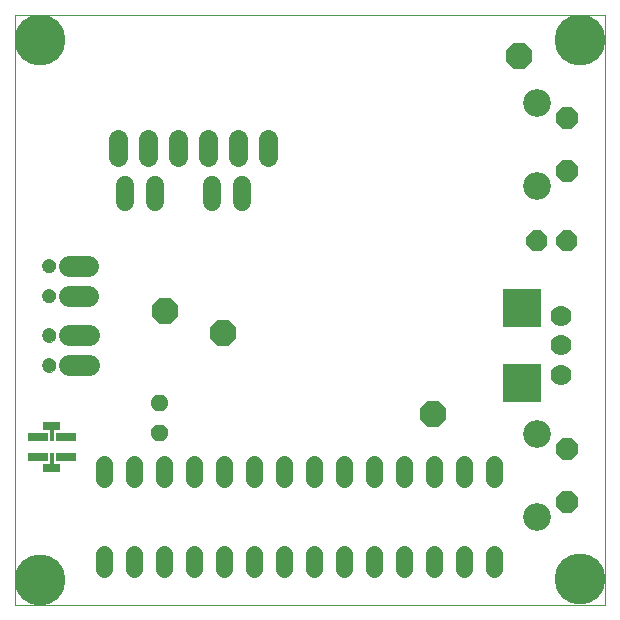
<source format=gts>
G75*
%MOIN*%
%OFA0B0*%
%FSLAX24Y24*%
%IPPOS*%
%LPD*%
%AMOC8*
5,1,8,0,0,1.08239X$1,22.5*
%
%ADD10C,0.0000*%
%ADD11OC8,0.0890*%
%ADD12C,0.0560*%
%ADD13C,0.0600*%
%ADD14C,0.0112*%
%ADD15OC8,0.0700*%
%ADD16OC8,0.0740*%
%ADD17C,0.0925*%
%ADD18C,0.0700*%
%ADD19R,0.1267X0.1267*%
%ADD20C,0.0640*%
%ADD21C,0.0690*%
%ADD22C,0.0473*%
%ADD23R,0.0152X0.0316*%
%ADD24C,0.1700*%
D10*
X000350Y000350D02*
X000350Y020035D01*
X020035Y020035D01*
X020035Y000350D01*
X000350Y000350D01*
X001267Y008344D02*
X001269Y008373D01*
X001275Y008401D01*
X001284Y008429D01*
X001297Y008455D01*
X001314Y008478D01*
X001333Y008500D01*
X001355Y008519D01*
X001380Y008534D01*
X001406Y008547D01*
X001434Y008555D01*
X001462Y008560D01*
X001491Y008561D01*
X001520Y008558D01*
X001548Y008551D01*
X001575Y008541D01*
X001601Y008527D01*
X001624Y008510D01*
X001645Y008490D01*
X001663Y008467D01*
X001678Y008442D01*
X001689Y008415D01*
X001697Y008387D01*
X001701Y008358D01*
X001701Y008330D01*
X001697Y008301D01*
X001689Y008273D01*
X001678Y008246D01*
X001663Y008221D01*
X001645Y008198D01*
X001624Y008178D01*
X001601Y008161D01*
X001575Y008147D01*
X001548Y008137D01*
X001520Y008130D01*
X001491Y008127D01*
X001462Y008128D01*
X001434Y008133D01*
X001406Y008141D01*
X001380Y008154D01*
X001355Y008169D01*
X001333Y008188D01*
X001314Y008210D01*
X001297Y008233D01*
X001284Y008259D01*
X001275Y008287D01*
X001269Y008315D01*
X001267Y008344D01*
X001267Y009344D02*
X001269Y009373D01*
X001275Y009401D01*
X001284Y009429D01*
X001297Y009455D01*
X001314Y009478D01*
X001333Y009500D01*
X001355Y009519D01*
X001380Y009534D01*
X001406Y009547D01*
X001434Y009555D01*
X001462Y009560D01*
X001491Y009561D01*
X001520Y009558D01*
X001548Y009551D01*
X001575Y009541D01*
X001601Y009527D01*
X001624Y009510D01*
X001645Y009490D01*
X001663Y009467D01*
X001678Y009442D01*
X001689Y009415D01*
X001697Y009387D01*
X001701Y009358D01*
X001701Y009330D01*
X001697Y009301D01*
X001689Y009273D01*
X001678Y009246D01*
X001663Y009221D01*
X001645Y009198D01*
X001624Y009178D01*
X001601Y009161D01*
X001575Y009147D01*
X001548Y009137D01*
X001520Y009130D01*
X001491Y009127D01*
X001462Y009128D01*
X001434Y009133D01*
X001406Y009141D01*
X001380Y009154D01*
X001355Y009169D01*
X001333Y009188D01*
X001314Y009210D01*
X001297Y009233D01*
X001284Y009259D01*
X001275Y009287D01*
X001269Y009315D01*
X001267Y009344D01*
X001259Y010670D02*
X001261Y010699D01*
X001267Y010727D01*
X001276Y010755D01*
X001289Y010781D01*
X001306Y010804D01*
X001325Y010826D01*
X001347Y010845D01*
X001372Y010860D01*
X001398Y010873D01*
X001426Y010881D01*
X001454Y010886D01*
X001483Y010887D01*
X001512Y010884D01*
X001540Y010877D01*
X001567Y010867D01*
X001593Y010853D01*
X001616Y010836D01*
X001637Y010816D01*
X001655Y010793D01*
X001670Y010768D01*
X001681Y010741D01*
X001689Y010713D01*
X001693Y010684D01*
X001693Y010656D01*
X001689Y010627D01*
X001681Y010599D01*
X001670Y010572D01*
X001655Y010547D01*
X001637Y010524D01*
X001616Y010504D01*
X001593Y010487D01*
X001567Y010473D01*
X001540Y010463D01*
X001512Y010456D01*
X001483Y010453D01*
X001454Y010454D01*
X001426Y010459D01*
X001398Y010467D01*
X001372Y010480D01*
X001347Y010495D01*
X001325Y010514D01*
X001306Y010536D01*
X001289Y010559D01*
X001276Y010585D01*
X001267Y010613D01*
X001261Y010641D01*
X001259Y010670D01*
X001259Y011670D02*
X001261Y011699D01*
X001267Y011727D01*
X001276Y011755D01*
X001289Y011781D01*
X001306Y011804D01*
X001325Y011826D01*
X001347Y011845D01*
X001372Y011860D01*
X001398Y011873D01*
X001426Y011881D01*
X001454Y011886D01*
X001483Y011887D01*
X001512Y011884D01*
X001540Y011877D01*
X001567Y011867D01*
X001593Y011853D01*
X001616Y011836D01*
X001637Y011816D01*
X001655Y011793D01*
X001670Y011768D01*
X001681Y011741D01*
X001689Y011713D01*
X001693Y011684D01*
X001693Y011656D01*
X001689Y011627D01*
X001681Y011599D01*
X001670Y011572D01*
X001655Y011547D01*
X001637Y011524D01*
X001616Y011504D01*
X001593Y011487D01*
X001567Y011473D01*
X001540Y011463D01*
X001512Y011456D01*
X001483Y011453D01*
X001454Y011454D01*
X001426Y011459D01*
X001398Y011467D01*
X001372Y011480D01*
X001347Y011495D01*
X001325Y011514D01*
X001306Y011536D01*
X001289Y011559D01*
X001276Y011585D01*
X001267Y011613D01*
X001261Y011641D01*
X001259Y011670D01*
D11*
X005350Y010143D03*
X007280Y009422D03*
X014277Y006729D03*
X017168Y018666D03*
D12*
X016317Y005065D02*
X016317Y004545D01*
X015317Y004545D02*
X015317Y005065D01*
X014317Y005065D02*
X014317Y004545D01*
X013317Y004545D02*
X013317Y005065D01*
X012317Y005065D02*
X012317Y004545D01*
X011317Y004545D02*
X011317Y005065D01*
X010317Y005065D02*
X010317Y004545D01*
X009317Y004545D02*
X009317Y005065D01*
X008317Y005065D02*
X008317Y004545D01*
X007317Y004545D02*
X007317Y005065D01*
X006317Y005065D02*
X006317Y004545D01*
X005317Y004545D02*
X005317Y005065D01*
X004317Y005065D02*
X004317Y004545D01*
X003317Y004545D02*
X003317Y005065D01*
X003317Y002065D02*
X003317Y001545D01*
X004317Y001545D02*
X004317Y002065D01*
X005317Y002065D02*
X005317Y001545D01*
X006317Y001545D02*
X006317Y002065D01*
X007317Y002065D02*
X007317Y001545D01*
X008317Y001545D02*
X008317Y002065D01*
X009317Y002065D02*
X009317Y001545D01*
X010317Y001545D02*
X010317Y002065D01*
X011317Y002065D02*
X011317Y001545D01*
X012317Y001545D02*
X012317Y002065D01*
X013317Y002065D02*
X013317Y001545D01*
X014317Y001545D02*
X014317Y002065D01*
X015317Y002065D02*
X015317Y001545D01*
X016317Y001545D02*
X016317Y002065D01*
D13*
X007916Y013783D02*
X007916Y014343D01*
X006916Y014343D02*
X006916Y013783D01*
X005021Y013790D02*
X005021Y014350D01*
X004021Y014350D02*
X004021Y013790D01*
D14*
X004986Y007069D02*
X004930Y007013D01*
X004930Y007199D01*
X005060Y007329D01*
X005246Y007329D01*
X005376Y007199D01*
X005376Y007013D01*
X005246Y006883D01*
X005060Y006883D01*
X004930Y007013D01*
X005014Y007048D01*
X005014Y007164D01*
X005095Y007245D01*
X005211Y007245D01*
X005292Y007164D01*
X005292Y007048D01*
X005211Y006967D01*
X005095Y006967D01*
X005014Y007048D01*
X005098Y007083D01*
X005098Y007129D01*
X005130Y007161D01*
X005176Y007161D01*
X005208Y007129D01*
X005208Y007083D01*
X005176Y007051D01*
X005130Y007051D01*
X005098Y007083D01*
X004986Y006079D02*
X004930Y006023D01*
X004930Y006209D01*
X005060Y006339D01*
X005246Y006339D01*
X005376Y006209D01*
X005376Y006023D01*
X005246Y005893D01*
X005060Y005893D01*
X004930Y006023D01*
X005014Y006058D01*
X005014Y006174D01*
X005095Y006255D01*
X005211Y006255D01*
X005292Y006174D01*
X005292Y006058D01*
X005211Y005977D01*
X005095Y005977D01*
X005014Y006058D01*
X005098Y006093D01*
X005098Y006139D01*
X005130Y006171D01*
X005176Y006171D01*
X005208Y006139D01*
X005208Y006093D01*
X005176Y006061D01*
X005130Y006061D01*
X005098Y006093D01*
D15*
X017763Y012502D03*
X018763Y012502D03*
D16*
X018753Y014814D03*
X018753Y016594D03*
X018753Y005571D03*
X018753Y003791D03*
D17*
X017773Y003301D03*
X017773Y006061D03*
X017773Y014324D03*
X017773Y017084D03*
D18*
X018568Y009996D03*
X018568Y009011D03*
X018568Y008027D03*
D19*
X017268Y007752D03*
X017268Y010271D03*
D20*
X008804Y015289D02*
X008804Y015889D01*
X007804Y015889D02*
X007804Y015289D01*
X006804Y015289D02*
X006804Y015889D01*
X005804Y015889D02*
X005804Y015289D01*
X004804Y015289D02*
X004804Y015889D01*
X003804Y015889D02*
X003804Y015289D01*
D21*
X002801Y011670D02*
X002151Y011670D01*
X002151Y010670D02*
X002801Y010670D01*
X002809Y009344D02*
X002160Y009344D01*
X002160Y008344D02*
X002809Y008344D01*
D22*
X001484Y008344D03*
X001484Y009344D03*
X001476Y010670D03*
X001476Y011670D03*
D23*
X001481Y006336D03*
X001588Y006336D03*
X001696Y006336D03*
X001804Y006336D03*
X001588Y006148D03*
X001588Y005953D03*
X001785Y005953D03*
X001892Y005953D03*
X001999Y005953D03*
X002105Y005953D03*
X002214Y005953D03*
X002321Y005953D03*
X002320Y005304D03*
X002213Y005304D03*
X002104Y005304D03*
X001998Y005305D03*
X001891Y005305D03*
X001785Y005303D03*
X001588Y005303D03*
X001391Y005303D03*
X001286Y005304D03*
X001179Y005304D03*
X001070Y005304D03*
X000964Y005304D03*
X000857Y005304D03*
X001374Y004920D03*
X001481Y004920D03*
X001588Y004920D03*
X001696Y004920D03*
X001804Y004920D03*
X001588Y005083D03*
X001391Y005953D03*
X001282Y005953D03*
X001175Y005953D03*
X001066Y005953D03*
X000960Y005953D03*
X000853Y005953D03*
X001374Y006336D03*
D24*
X001200Y001200D03*
X019179Y001212D03*
X019182Y019177D03*
X001201Y019175D03*
M02*

</source>
